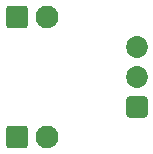
<source format=gbs>
G04 Layer_Color=16711935*
%FSLAX25Y25*%
%MOIN*%
G70*
G01*
G75*
%ADD20C,0.07300*%
G04:AMPARAMS|DCode=21|XSize=73mil|YSize=73mil|CornerRadius=13.75mil|HoleSize=0mil|Usage=FLASHONLY|Rotation=0.000|XOffset=0mil|YOffset=0mil|HoleType=Round|Shape=RoundedRectangle|*
%AMROUNDEDRECTD21*
21,1,0.07300,0.04550,0,0,0.0*
21,1,0.04550,0.07300,0,0,0.0*
1,1,0.02750,0.02275,-0.02275*
1,1,0.02750,-0.02275,-0.02275*
1,1,0.02750,-0.02275,0.02275*
1,1,0.02750,0.02275,0.02275*
%
%ADD21ROUNDEDRECTD21*%
%ADD22C,0.07600*%
G04:AMPARAMS|DCode=23|XSize=76mil|YSize=76mil|CornerRadius=14.2mil|HoleSize=0mil|Usage=FLASHONLY|Rotation=270.000|XOffset=0mil|YOffset=0mil|HoleType=Round|Shape=RoundedRectangle|*
%AMROUNDEDRECTD23*
21,1,0.07600,0.04760,0,0,270.0*
21,1,0.04760,0.07600,0,0,270.0*
1,1,0.02840,-0.02380,-0.02380*
1,1,0.02840,-0.02380,0.02380*
1,1,0.02840,0.02380,0.02380*
1,1,0.02840,0.02380,-0.02380*
%
%ADD23ROUNDEDRECTD23*%
D20*
X150000Y140000D02*
D03*
Y130000D02*
D03*
D21*
Y120000D02*
D03*
D22*
X120000Y110000D02*
D03*
Y150000D02*
D03*
D23*
X110000Y110000D02*
D03*
Y150000D02*
D03*
M02*

</source>
